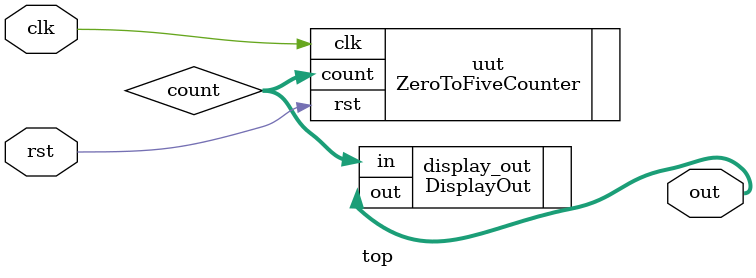
<source format=v>
`timescale 1ns / 1ps

module top #(
    parameter COUNT_WIDTH = 4,
    parameter SEGMENT_WIDTH = 7
)(
    input clk,
    input rst,
    output wire [0:SEGMENT_WIDTH-1] out
);
    // Internal signals
    wire [COUNT_WIDTH-1:0] count;
    
    // Counter instance
    ZeroToFiveCounter #(
        .COUNT_WIDTH(COUNT_WIDTH)
    ) uut (
        .clk(clk),
        .rst(rst),
        .count(count)
    );
    
    // Display decoder instance
    DisplayOut #(
        .INPUT_WIDTH(COUNT_WIDTH),
        .SEGMENT_WIDTH(SEGMENT_WIDTH)
    ) display_out (
        .in(count),
        .out(out)
    );
endmodule
        


</source>
